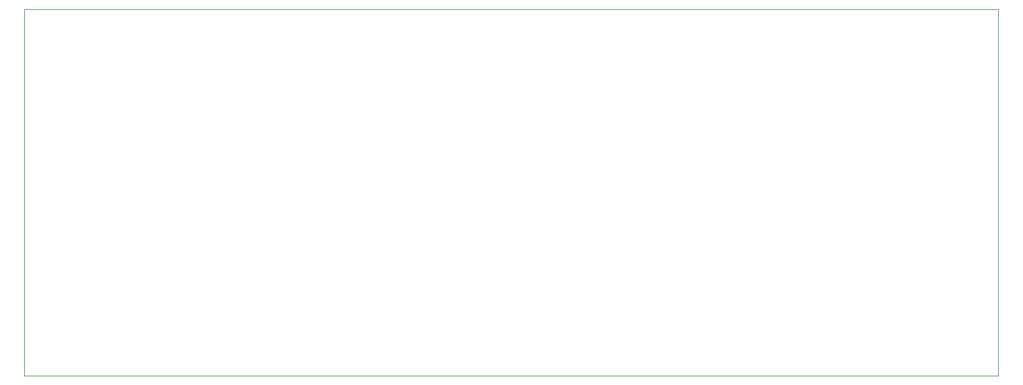
<source format=gbr>
G04*
G04 #@! TF.GenerationSoftware,Altium Limited,Altium Designer,22.4.2 (48)*
G04*
G04 Layer_Color=0*
%FSLAX24Y24*%
%MOIN*%
G70*
G04*
G04 #@! TF.SameCoordinates,3D4B7757-4479-4088-A00E-F10E6AE17A54*
G04*
G04*
G04 #@! TF.FilePolarity,Positive*
G04*
G01*
G75*
%ADD84C,0.0010*%
D84*
X1Y0D02*
X1Y19707D01*
X52300D01*
Y0D01*
X1D01*
M02*

</source>
